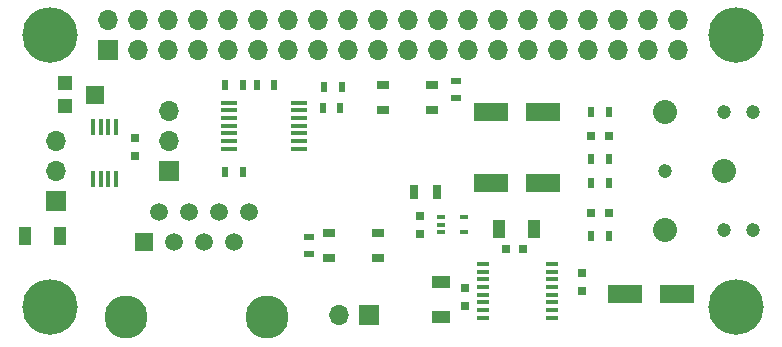
<source format=gts>
G04 #@! TF.FileFunction,Soldermask,Top*
%FSLAX46Y46*%
G04 Gerber Fmt 4.6, Leading zero omitted, Abs format (unit mm)*
G04 Created by KiCad (PCBNEW 4.0.7) date Sun Mar 11 18:59:58 2018*
%MOMM*%
%LPD*%
G01*
G04 APERTURE LIST*
%ADD10C,0.025400*%
%ADD11R,0.450000X1.450000*%
%ADD12R,3.000000X1.600000*%
%ADD13R,1.600000X1.000000*%
%ADD14C,2.032000*%
%ADD15C,1.193800*%
%ADD16R,0.800000X0.750000*%
%ADD17R,0.750000X0.800000*%
%ADD18C,3.650000*%
%ADD19R,1.500000X1.500000*%
%ADD20C,1.500000*%
%ADD21R,1.700000X1.700000*%
%ADD22O,1.700000X1.700000*%
%ADD23R,0.700000X1.300000*%
%ADD24R,0.500000X0.900000*%
%ADD25R,1.500000X1.600000*%
%ADD26R,1.200000X1.200000*%
%ADD27R,1.000000X0.400000*%
%ADD28C,4.700000*%
%ADD29R,0.900000X0.500000*%
%ADD30R,1.450000X0.450000*%
%ADD31R,1.050000X0.650000*%
%ADD32R,0.650000X0.400000*%
%ADD33R,1.000000X1.600000*%
G04 APERTURE END LIST*
D10*
D11*
X108559580Y-103721120D03*
X107909580Y-103721120D03*
X107259580Y-103721120D03*
X106609580Y-103721120D03*
X106609580Y-108121120D03*
X107259580Y-108121120D03*
X107909580Y-108121120D03*
X108559580Y-108121120D03*
D12*
X151643180Y-117864320D03*
X156043180Y-117864320D03*
D13*
X136032580Y-116867120D03*
X136032580Y-119867120D03*
D14*
X155000000Y-112500000D03*
X160000000Y-107500000D03*
X155000000Y-102500000D03*
D15*
X160000000Y-112500000D03*
X160000000Y-102500000D03*
X155000000Y-107500000D03*
X162500000Y-112500000D03*
X162500000Y-102500000D03*
D16*
X143036180Y-114054320D03*
X141536180Y-114054320D03*
D12*
X140300000Y-108500000D03*
X144700000Y-108500000D03*
X140300000Y-102500000D03*
X144700000Y-102500000D03*
D17*
X110124580Y-104663120D03*
X110124580Y-106163120D03*
D18*
X121300000Y-119850000D03*
X109430000Y-119850000D03*
D19*
X110920000Y-113500000D03*
D20*
X112190000Y-110960000D03*
X113460000Y-113500000D03*
X114730000Y-110960000D03*
X116000000Y-113500000D03*
X117270000Y-110960000D03*
X118540000Y-113500000D03*
X119810000Y-110960000D03*
D21*
X103500000Y-110040000D03*
D22*
X103500000Y-107500000D03*
X103500000Y-104960000D03*
D23*
X133812580Y-109223120D03*
X135712580Y-109223120D03*
D24*
X150250000Y-108500000D03*
X148750000Y-108500000D03*
X150250000Y-113000000D03*
X148750000Y-113000000D03*
X150250000Y-102500000D03*
X148750000Y-102500000D03*
X150250000Y-106500000D03*
X148750000Y-106500000D03*
X127542180Y-102116320D03*
X126042180Y-102116320D03*
X119287180Y-100211320D03*
X117787180Y-100211320D03*
X121954180Y-100211320D03*
X120454180Y-100211320D03*
X117787180Y-107577320D03*
X119287180Y-107577320D03*
D25*
X106750000Y-101000000D03*
D26*
X104250000Y-100000000D03*
X104250000Y-102000000D03*
D27*
X139640180Y-115335320D03*
X139640180Y-115985320D03*
X139640180Y-116635320D03*
X139640180Y-117285320D03*
X139640180Y-117935320D03*
X139640180Y-118585320D03*
X139640180Y-119235320D03*
X139640180Y-119885320D03*
X145440180Y-119885320D03*
X145440180Y-119235320D03*
X145440180Y-118585320D03*
X145440180Y-117935320D03*
X145440180Y-117285320D03*
X145440180Y-116635320D03*
X145440180Y-115985320D03*
X145440180Y-115335320D03*
D21*
X107870000Y-97270000D03*
D22*
X107870000Y-94730000D03*
X110410000Y-97270000D03*
X110410000Y-94730000D03*
X112950000Y-97270000D03*
X112950000Y-94730000D03*
X115490000Y-97270000D03*
X115490000Y-94730000D03*
X118030000Y-97270000D03*
X118030000Y-94730000D03*
X120570000Y-97270000D03*
X120570000Y-94730000D03*
X123110000Y-97270000D03*
X123110000Y-94730000D03*
X125650000Y-97270000D03*
X125650000Y-94730000D03*
X128190000Y-97270000D03*
X128190000Y-94730000D03*
X130730000Y-97270000D03*
X130730000Y-94730000D03*
X133270000Y-97270000D03*
X133270000Y-94730000D03*
X135810000Y-97270000D03*
X135810000Y-94730000D03*
X138350000Y-97270000D03*
X138350000Y-94730000D03*
X140890000Y-97270000D03*
X140890000Y-94730000D03*
X143430000Y-97270000D03*
X143430000Y-94730000D03*
X145970000Y-97270000D03*
X145970000Y-94730000D03*
X148510000Y-97270000D03*
X148510000Y-94730000D03*
X151050000Y-97270000D03*
X151050000Y-94730000D03*
X153590000Y-97270000D03*
X153590000Y-94730000D03*
X156130000Y-97270000D03*
X156130000Y-94730000D03*
D28*
X103000000Y-96000000D03*
X103000000Y-119000000D03*
X161000000Y-96000000D03*
X161000000Y-119000000D03*
D21*
X129967180Y-119642320D03*
D22*
X127427180Y-119642320D03*
D29*
X137302580Y-101325120D03*
X137302580Y-99825120D03*
X124856580Y-114533120D03*
X124856580Y-113033120D03*
D30*
X118127180Y-101690320D03*
X118127180Y-102340320D03*
X118127180Y-102990320D03*
X118127180Y-103640320D03*
X118127180Y-104290320D03*
X118127180Y-104940320D03*
X118127180Y-105590320D03*
X124027180Y-105590320D03*
X124027180Y-104940320D03*
X124027180Y-104290320D03*
X124027180Y-103640320D03*
X124027180Y-102990320D03*
X124027180Y-102340320D03*
X124027180Y-101690320D03*
D31*
X130741580Y-114870120D03*
X126591580Y-114870120D03*
X130741580Y-112720120D03*
X126591580Y-112720120D03*
X131163580Y-100152320D03*
X135313580Y-100152320D03*
X131163580Y-102302320D03*
X135313580Y-102302320D03*
D17*
X134254580Y-111267120D03*
X134254580Y-112767120D03*
X138064580Y-118863120D03*
X138064580Y-117363120D03*
D21*
X113012580Y-107445120D03*
D22*
X113012580Y-104905120D03*
X113012580Y-102365120D03*
D24*
X126138580Y-100333120D03*
X127638580Y-100333120D03*
D32*
X136098580Y-111367120D03*
X136098580Y-112667120D03*
X136098580Y-112017120D03*
X137998580Y-112667120D03*
X137998580Y-111367120D03*
D33*
X140937180Y-112403320D03*
X143937180Y-112403320D03*
X100801380Y-112982320D03*
X103801380Y-112982320D03*
D16*
X150250000Y-111000000D03*
X148750000Y-111000000D03*
X150250000Y-104500000D03*
X148750000Y-104500000D03*
D17*
X148001180Y-116110320D03*
X148001180Y-117610320D03*
M02*

</source>
